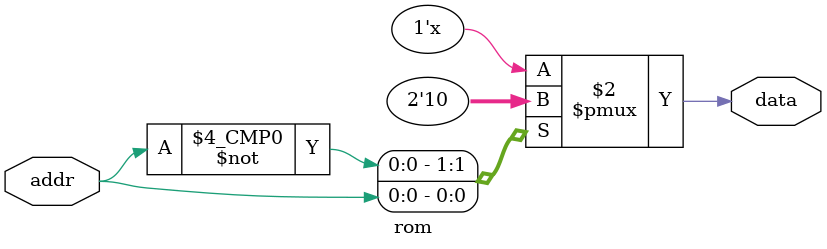
<source format=sv>
module rom(
  input logic addr,
  output logic data
);
  always_comb begin
    case (addr)
      1'b0: data = 1'b1;  // NOT
      1'b1: data = 1'b0;  // NOP
    endcase
  end
endmodule

</source>
